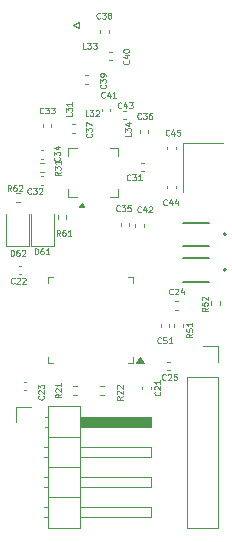
<source format=gbr>
%TF.GenerationSoftware,KiCad,Pcbnew,9.0.6*%
%TF.CreationDate,2026-01-14T21:48:58+07:00*%
%TF.ProjectId,Sensor,53656e73-6f72-42e6-9b69-6361645f7063,rev?*%
%TF.SameCoordinates,Original*%
%TF.FileFunction,Legend,Top*%
%TF.FilePolarity,Positive*%
%FSLAX46Y46*%
G04 Gerber Fmt 4.6, Leading zero omitted, Abs format (unit mm)*
G04 Created by KiCad (PCBNEW 9.0.6) date 2026-01-14 21:48:58*
%MOMM*%
%LPD*%
G01*
G04 APERTURE LIST*
%ADD10C,0.062500*%
%ADD11C,0.120000*%
%ADD12C,0.127000*%
%ADD13C,0.200000*%
G04 APERTURE END LIST*
D10*
X108928571Y-112180440D02*
X108904762Y-112204250D01*
X108904762Y-112204250D02*
X108833333Y-112228059D01*
X108833333Y-112228059D02*
X108785714Y-112228059D01*
X108785714Y-112228059D02*
X108714286Y-112204250D01*
X108714286Y-112204250D02*
X108666667Y-112156630D01*
X108666667Y-112156630D02*
X108642857Y-112109011D01*
X108642857Y-112109011D02*
X108619048Y-112013773D01*
X108619048Y-112013773D02*
X108619048Y-111942345D01*
X108619048Y-111942345D02*
X108642857Y-111847107D01*
X108642857Y-111847107D02*
X108666667Y-111799488D01*
X108666667Y-111799488D02*
X108714286Y-111751869D01*
X108714286Y-111751869D02*
X108785714Y-111728059D01*
X108785714Y-111728059D02*
X108833333Y-111728059D01*
X108833333Y-111728059D02*
X108904762Y-111751869D01*
X108904762Y-111751869D02*
X108928571Y-111775678D01*
X109357143Y-111894726D02*
X109357143Y-112228059D01*
X109238095Y-111704250D02*
X109119048Y-112061392D01*
X109119048Y-112061392D02*
X109428571Y-112061392D01*
X109880952Y-112228059D02*
X109595238Y-112228059D01*
X109738095Y-112228059D02*
X109738095Y-111728059D01*
X109738095Y-111728059D02*
X109690476Y-111799488D01*
X109690476Y-111799488D02*
X109642857Y-111847107D01*
X109642857Y-111847107D02*
X109595238Y-111870916D01*
X105080440Y-117271428D02*
X105104250Y-117295237D01*
X105104250Y-117295237D02*
X105128059Y-117366666D01*
X105128059Y-117366666D02*
X105128059Y-117414285D01*
X105128059Y-117414285D02*
X105104250Y-117485713D01*
X105104250Y-117485713D02*
X105056630Y-117533332D01*
X105056630Y-117533332D02*
X105009011Y-117557142D01*
X105009011Y-117557142D02*
X104913773Y-117580951D01*
X104913773Y-117580951D02*
X104842345Y-117580951D01*
X104842345Y-117580951D02*
X104747107Y-117557142D01*
X104747107Y-117557142D02*
X104699488Y-117533332D01*
X104699488Y-117533332D02*
X104651869Y-117485713D01*
X104651869Y-117485713D02*
X104628059Y-117414285D01*
X104628059Y-117414285D02*
X104628059Y-117366666D01*
X104628059Y-117366666D02*
X104651869Y-117295237D01*
X104651869Y-117295237D02*
X104675678Y-117271428D01*
X104628059Y-117104761D02*
X104628059Y-116795237D01*
X104628059Y-116795237D02*
X104818535Y-116961904D01*
X104818535Y-116961904D02*
X104818535Y-116890475D01*
X104818535Y-116890475D02*
X104842345Y-116842856D01*
X104842345Y-116842856D02*
X104866154Y-116819047D01*
X104866154Y-116819047D02*
X104913773Y-116795237D01*
X104913773Y-116795237D02*
X105032821Y-116795237D01*
X105032821Y-116795237D02*
X105080440Y-116819047D01*
X105080440Y-116819047D02*
X105104250Y-116842856D01*
X105104250Y-116842856D02*
X105128059Y-116890475D01*
X105128059Y-116890475D02*
X105128059Y-117033332D01*
X105128059Y-117033332D02*
X105104250Y-117080951D01*
X105104250Y-117080951D02*
X105080440Y-117104761D01*
X104794726Y-116366666D02*
X105128059Y-116366666D01*
X104604250Y-116485714D02*
X104961392Y-116604761D01*
X104961392Y-116604761D02*
X104961392Y-116295238D01*
X102678571Y-120330440D02*
X102654762Y-120354250D01*
X102654762Y-120354250D02*
X102583333Y-120378059D01*
X102583333Y-120378059D02*
X102535714Y-120378059D01*
X102535714Y-120378059D02*
X102464286Y-120354250D01*
X102464286Y-120354250D02*
X102416667Y-120306630D01*
X102416667Y-120306630D02*
X102392857Y-120259011D01*
X102392857Y-120259011D02*
X102369048Y-120163773D01*
X102369048Y-120163773D02*
X102369048Y-120092345D01*
X102369048Y-120092345D02*
X102392857Y-119997107D01*
X102392857Y-119997107D02*
X102416667Y-119949488D01*
X102416667Y-119949488D02*
X102464286Y-119901869D01*
X102464286Y-119901869D02*
X102535714Y-119878059D01*
X102535714Y-119878059D02*
X102583333Y-119878059D01*
X102583333Y-119878059D02*
X102654762Y-119901869D01*
X102654762Y-119901869D02*
X102678571Y-119925678D01*
X102845238Y-119878059D02*
X103154762Y-119878059D01*
X103154762Y-119878059D02*
X102988095Y-120068535D01*
X102988095Y-120068535D02*
X103059524Y-120068535D01*
X103059524Y-120068535D02*
X103107143Y-120092345D01*
X103107143Y-120092345D02*
X103130952Y-120116154D01*
X103130952Y-120116154D02*
X103154762Y-120163773D01*
X103154762Y-120163773D02*
X103154762Y-120282821D01*
X103154762Y-120282821D02*
X103130952Y-120330440D01*
X103130952Y-120330440D02*
X103107143Y-120354250D01*
X103107143Y-120354250D02*
X103059524Y-120378059D01*
X103059524Y-120378059D02*
X102916667Y-120378059D01*
X102916667Y-120378059D02*
X102869048Y-120354250D01*
X102869048Y-120354250D02*
X102845238Y-120330440D01*
X103345238Y-119925678D02*
X103369047Y-119901869D01*
X103369047Y-119901869D02*
X103416666Y-119878059D01*
X103416666Y-119878059D02*
X103535714Y-119878059D01*
X103535714Y-119878059D02*
X103583333Y-119901869D01*
X103583333Y-119901869D02*
X103607142Y-119925678D01*
X103607142Y-119925678D02*
X103630952Y-119973297D01*
X103630952Y-119973297D02*
X103630952Y-120020916D01*
X103630952Y-120020916D02*
X103607142Y-120092345D01*
X103607142Y-120092345D02*
X103321428Y-120378059D01*
X103321428Y-120378059D02*
X103630952Y-120378059D01*
X110428059Y-137521428D02*
X110189964Y-137688094D01*
X110428059Y-137807142D02*
X109928059Y-137807142D01*
X109928059Y-137807142D02*
X109928059Y-137616666D01*
X109928059Y-137616666D02*
X109951869Y-137569047D01*
X109951869Y-137569047D02*
X109975678Y-137545237D01*
X109975678Y-137545237D02*
X110023297Y-137521428D01*
X110023297Y-137521428D02*
X110094726Y-137521428D01*
X110094726Y-137521428D02*
X110142345Y-137545237D01*
X110142345Y-137545237D02*
X110166154Y-137569047D01*
X110166154Y-137569047D02*
X110189964Y-137616666D01*
X110189964Y-137616666D02*
X110189964Y-137807142D01*
X109975678Y-137330951D02*
X109951869Y-137307142D01*
X109951869Y-137307142D02*
X109928059Y-137259523D01*
X109928059Y-137259523D02*
X109928059Y-137140475D01*
X109928059Y-137140475D02*
X109951869Y-137092856D01*
X109951869Y-137092856D02*
X109975678Y-137069047D01*
X109975678Y-137069047D02*
X110023297Y-137045237D01*
X110023297Y-137045237D02*
X110070916Y-137045237D01*
X110070916Y-137045237D02*
X110142345Y-137069047D01*
X110142345Y-137069047D02*
X110428059Y-137354761D01*
X110428059Y-137354761D02*
X110428059Y-137045237D01*
X109975678Y-136854761D02*
X109951869Y-136830952D01*
X109951869Y-136830952D02*
X109928059Y-136783333D01*
X109928059Y-136783333D02*
X109928059Y-136664285D01*
X109928059Y-136664285D02*
X109951869Y-136616666D01*
X109951869Y-136616666D02*
X109975678Y-136592857D01*
X109975678Y-136592857D02*
X110023297Y-136569047D01*
X110023297Y-136569047D02*
X110070916Y-136569047D01*
X110070916Y-136569047D02*
X110142345Y-136592857D01*
X110142345Y-136592857D02*
X110428059Y-136878571D01*
X110428059Y-136878571D02*
X110428059Y-136569047D01*
X111078571Y-119180440D02*
X111054762Y-119204250D01*
X111054762Y-119204250D02*
X110983333Y-119228059D01*
X110983333Y-119228059D02*
X110935714Y-119228059D01*
X110935714Y-119228059D02*
X110864286Y-119204250D01*
X110864286Y-119204250D02*
X110816667Y-119156630D01*
X110816667Y-119156630D02*
X110792857Y-119109011D01*
X110792857Y-119109011D02*
X110769048Y-119013773D01*
X110769048Y-119013773D02*
X110769048Y-118942345D01*
X110769048Y-118942345D02*
X110792857Y-118847107D01*
X110792857Y-118847107D02*
X110816667Y-118799488D01*
X110816667Y-118799488D02*
X110864286Y-118751869D01*
X110864286Y-118751869D02*
X110935714Y-118728059D01*
X110935714Y-118728059D02*
X110983333Y-118728059D01*
X110983333Y-118728059D02*
X111054762Y-118751869D01*
X111054762Y-118751869D02*
X111078571Y-118775678D01*
X111245238Y-118728059D02*
X111554762Y-118728059D01*
X111554762Y-118728059D02*
X111388095Y-118918535D01*
X111388095Y-118918535D02*
X111459524Y-118918535D01*
X111459524Y-118918535D02*
X111507143Y-118942345D01*
X111507143Y-118942345D02*
X111530952Y-118966154D01*
X111530952Y-118966154D02*
X111554762Y-119013773D01*
X111554762Y-119013773D02*
X111554762Y-119132821D01*
X111554762Y-119132821D02*
X111530952Y-119180440D01*
X111530952Y-119180440D02*
X111507143Y-119204250D01*
X111507143Y-119204250D02*
X111459524Y-119228059D01*
X111459524Y-119228059D02*
X111316667Y-119228059D01*
X111316667Y-119228059D02*
X111269048Y-119204250D01*
X111269048Y-119204250D02*
X111245238Y-119180440D01*
X112030952Y-119228059D02*
X111745238Y-119228059D01*
X111888095Y-119228059D02*
X111888095Y-118728059D01*
X111888095Y-118728059D02*
X111840476Y-118799488D01*
X111840476Y-118799488D02*
X111792857Y-118847107D01*
X111792857Y-118847107D02*
X111745238Y-118870916D01*
X105228059Y-137321428D02*
X104989964Y-137488094D01*
X105228059Y-137607142D02*
X104728059Y-137607142D01*
X104728059Y-137607142D02*
X104728059Y-137416666D01*
X104728059Y-137416666D02*
X104751869Y-137369047D01*
X104751869Y-137369047D02*
X104775678Y-137345237D01*
X104775678Y-137345237D02*
X104823297Y-137321428D01*
X104823297Y-137321428D02*
X104894726Y-137321428D01*
X104894726Y-137321428D02*
X104942345Y-137345237D01*
X104942345Y-137345237D02*
X104966154Y-137369047D01*
X104966154Y-137369047D02*
X104989964Y-137416666D01*
X104989964Y-137416666D02*
X104989964Y-137607142D01*
X104775678Y-137130951D02*
X104751869Y-137107142D01*
X104751869Y-137107142D02*
X104728059Y-137059523D01*
X104728059Y-137059523D02*
X104728059Y-136940475D01*
X104728059Y-136940475D02*
X104751869Y-136892856D01*
X104751869Y-136892856D02*
X104775678Y-136869047D01*
X104775678Y-136869047D02*
X104823297Y-136845237D01*
X104823297Y-136845237D02*
X104870916Y-136845237D01*
X104870916Y-136845237D02*
X104942345Y-136869047D01*
X104942345Y-136869047D02*
X105228059Y-137154761D01*
X105228059Y-137154761D02*
X105228059Y-136845237D01*
X105228059Y-136369047D02*
X105228059Y-136654761D01*
X105228059Y-136511904D02*
X104728059Y-136511904D01*
X104728059Y-136511904D02*
X104799488Y-136559523D01*
X104799488Y-136559523D02*
X104847107Y-136607142D01*
X104847107Y-136607142D02*
X104870916Y-136654761D01*
X117628059Y-130021428D02*
X117389964Y-130188094D01*
X117628059Y-130307142D02*
X117128059Y-130307142D01*
X117128059Y-130307142D02*
X117128059Y-130116666D01*
X117128059Y-130116666D02*
X117151869Y-130069047D01*
X117151869Y-130069047D02*
X117175678Y-130045237D01*
X117175678Y-130045237D02*
X117223297Y-130021428D01*
X117223297Y-130021428D02*
X117294726Y-130021428D01*
X117294726Y-130021428D02*
X117342345Y-130045237D01*
X117342345Y-130045237D02*
X117366154Y-130069047D01*
X117366154Y-130069047D02*
X117389964Y-130116666D01*
X117389964Y-130116666D02*
X117389964Y-130307142D01*
X117128059Y-129569047D02*
X117128059Y-129807142D01*
X117128059Y-129807142D02*
X117366154Y-129830951D01*
X117366154Y-129830951D02*
X117342345Y-129807142D01*
X117342345Y-129807142D02*
X117318535Y-129759523D01*
X117318535Y-129759523D02*
X117318535Y-129640475D01*
X117318535Y-129640475D02*
X117342345Y-129592856D01*
X117342345Y-129592856D02*
X117366154Y-129569047D01*
X117366154Y-129569047D02*
X117413773Y-129545237D01*
X117413773Y-129545237D02*
X117532821Y-129545237D01*
X117532821Y-129545237D02*
X117580440Y-129569047D01*
X117580440Y-129569047D02*
X117604250Y-129592856D01*
X117604250Y-129592856D02*
X117628059Y-129640475D01*
X117628059Y-129640475D02*
X117628059Y-129759523D01*
X117628059Y-129759523D02*
X117604250Y-129807142D01*
X117604250Y-129807142D02*
X117580440Y-129830951D01*
X117175678Y-129354761D02*
X117151869Y-129330952D01*
X117151869Y-129330952D02*
X117128059Y-129283333D01*
X117128059Y-129283333D02*
X117128059Y-129164285D01*
X117128059Y-129164285D02*
X117151869Y-129116666D01*
X117151869Y-129116666D02*
X117175678Y-129092857D01*
X117175678Y-129092857D02*
X117223297Y-129069047D01*
X117223297Y-129069047D02*
X117270916Y-129069047D01*
X117270916Y-129069047D02*
X117342345Y-129092857D01*
X117342345Y-129092857D02*
X117628059Y-129378571D01*
X117628059Y-129378571D02*
X117628059Y-129069047D01*
X111128059Y-115221428D02*
X111128059Y-115459523D01*
X111128059Y-115459523D02*
X110628059Y-115459523D01*
X110628059Y-115102380D02*
X110628059Y-114792856D01*
X110628059Y-114792856D02*
X110818535Y-114959523D01*
X110818535Y-114959523D02*
X110818535Y-114888094D01*
X110818535Y-114888094D02*
X110842345Y-114840475D01*
X110842345Y-114840475D02*
X110866154Y-114816666D01*
X110866154Y-114816666D02*
X110913773Y-114792856D01*
X110913773Y-114792856D02*
X111032821Y-114792856D01*
X111032821Y-114792856D02*
X111080440Y-114816666D01*
X111080440Y-114816666D02*
X111104250Y-114840475D01*
X111104250Y-114840475D02*
X111128059Y-114888094D01*
X111128059Y-114888094D02*
X111128059Y-115030951D01*
X111128059Y-115030951D02*
X111104250Y-115078570D01*
X111104250Y-115078570D02*
X111080440Y-115102380D01*
X110794726Y-114364285D02*
X111128059Y-114364285D01*
X110604250Y-114483333D02*
X110961392Y-114602380D01*
X110961392Y-114602380D02*
X110961392Y-114292857D01*
X105178059Y-118521428D02*
X104939964Y-118688094D01*
X105178059Y-118807142D02*
X104678059Y-118807142D01*
X104678059Y-118807142D02*
X104678059Y-118616666D01*
X104678059Y-118616666D02*
X104701869Y-118569047D01*
X104701869Y-118569047D02*
X104725678Y-118545237D01*
X104725678Y-118545237D02*
X104773297Y-118521428D01*
X104773297Y-118521428D02*
X104844726Y-118521428D01*
X104844726Y-118521428D02*
X104892345Y-118545237D01*
X104892345Y-118545237D02*
X104916154Y-118569047D01*
X104916154Y-118569047D02*
X104939964Y-118616666D01*
X104939964Y-118616666D02*
X104939964Y-118807142D01*
X104678059Y-118354761D02*
X104678059Y-118045237D01*
X104678059Y-118045237D02*
X104868535Y-118211904D01*
X104868535Y-118211904D02*
X104868535Y-118140475D01*
X104868535Y-118140475D02*
X104892345Y-118092856D01*
X104892345Y-118092856D02*
X104916154Y-118069047D01*
X104916154Y-118069047D02*
X104963773Y-118045237D01*
X104963773Y-118045237D02*
X105082821Y-118045237D01*
X105082821Y-118045237D02*
X105130440Y-118069047D01*
X105130440Y-118069047D02*
X105154250Y-118092856D01*
X105154250Y-118092856D02*
X105178059Y-118140475D01*
X105178059Y-118140475D02*
X105178059Y-118283332D01*
X105178059Y-118283332D02*
X105154250Y-118330951D01*
X105154250Y-118330951D02*
X105130440Y-118354761D01*
X105178059Y-117569047D02*
X105178059Y-117854761D01*
X105178059Y-117711904D02*
X104678059Y-117711904D01*
X104678059Y-117711904D02*
X104749488Y-117759523D01*
X104749488Y-117759523D02*
X104797107Y-117807142D01*
X104797107Y-117807142D02*
X104820916Y-117854761D01*
X114684233Y-128837940D02*
X114660424Y-128861750D01*
X114660424Y-128861750D02*
X114588995Y-128885559D01*
X114588995Y-128885559D02*
X114541376Y-128885559D01*
X114541376Y-128885559D02*
X114469948Y-128861750D01*
X114469948Y-128861750D02*
X114422329Y-128814130D01*
X114422329Y-128814130D02*
X114398519Y-128766511D01*
X114398519Y-128766511D02*
X114374710Y-128671273D01*
X114374710Y-128671273D02*
X114374710Y-128599845D01*
X114374710Y-128599845D02*
X114398519Y-128504607D01*
X114398519Y-128504607D02*
X114422329Y-128456988D01*
X114422329Y-128456988D02*
X114469948Y-128409369D01*
X114469948Y-128409369D02*
X114541376Y-128385559D01*
X114541376Y-128385559D02*
X114588995Y-128385559D01*
X114588995Y-128385559D02*
X114660424Y-128409369D01*
X114660424Y-128409369D02*
X114684233Y-128433178D01*
X114874710Y-128433178D02*
X114898519Y-128409369D01*
X114898519Y-128409369D02*
X114946138Y-128385559D01*
X114946138Y-128385559D02*
X115065186Y-128385559D01*
X115065186Y-128385559D02*
X115112805Y-128409369D01*
X115112805Y-128409369D02*
X115136614Y-128433178D01*
X115136614Y-128433178D02*
X115160424Y-128480797D01*
X115160424Y-128480797D02*
X115160424Y-128528416D01*
X115160424Y-128528416D02*
X115136614Y-128599845D01*
X115136614Y-128599845D02*
X114850900Y-128885559D01*
X114850900Y-128885559D02*
X115160424Y-128885559D01*
X115588995Y-128552226D02*
X115588995Y-128885559D01*
X115469947Y-128361750D02*
X115350900Y-128718892D01*
X115350900Y-128718892D02*
X115660423Y-128718892D01*
X107528571Y-113778059D02*
X107290476Y-113778059D01*
X107290476Y-113778059D02*
X107290476Y-113278059D01*
X107647619Y-113278059D02*
X107957143Y-113278059D01*
X107957143Y-113278059D02*
X107790476Y-113468535D01*
X107790476Y-113468535D02*
X107861905Y-113468535D01*
X107861905Y-113468535D02*
X107909524Y-113492345D01*
X107909524Y-113492345D02*
X107933333Y-113516154D01*
X107933333Y-113516154D02*
X107957143Y-113563773D01*
X107957143Y-113563773D02*
X107957143Y-113682821D01*
X107957143Y-113682821D02*
X107933333Y-113730440D01*
X107933333Y-113730440D02*
X107909524Y-113754250D01*
X107909524Y-113754250D02*
X107861905Y-113778059D01*
X107861905Y-113778059D02*
X107719048Y-113778059D01*
X107719048Y-113778059D02*
X107671429Y-113754250D01*
X107671429Y-113754250D02*
X107647619Y-113730440D01*
X108147619Y-113325678D02*
X108171428Y-113301869D01*
X108171428Y-113301869D02*
X108219047Y-113278059D01*
X108219047Y-113278059D02*
X108338095Y-113278059D01*
X108338095Y-113278059D02*
X108385714Y-113301869D01*
X108385714Y-113301869D02*
X108409523Y-113325678D01*
X108409523Y-113325678D02*
X108433333Y-113373297D01*
X108433333Y-113373297D02*
X108433333Y-113420916D01*
X108433333Y-113420916D02*
X108409523Y-113492345D01*
X108409523Y-113492345D02*
X108123809Y-113778059D01*
X108123809Y-113778059D02*
X108433333Y-113778059D01*
X108528571Y-105480440D02*
X108504762Y-105504250D01*
X108504762Y-105504250D02*
X108433333Y-105528059D01*
X108433333Y-105528059D02*
X108385714Y-105528059D01*
X108385714Y-105528059D02*
X108314286Y-105504250D01*
X108314286Y-105504250D02*
X108266667Y-105456630D01*
X108266667Y-105456630D02*
X108242857Y-105409011D01*
X108242857Y-105409011D02*
X108219048Y-105313773D01*
X108219048Y-105313773D02*
X108219048Y-105242345D01*
X108219048Y-105242345D02*
X108242857Y-105147107D01*
X108242857Y-105147107D02*
X108266667Y-105099488D01*
X108266667Y-105099488D02*
X108314286Y-105051869D01*
X108314286Y-105051869D02*
X108385714Y-105028059D01*
X108385714Y-105028059D02*
X108433333Y-105028059D01*
X108433333Y-105028059D02*
X108504762Y-105051869D01*
X108504762Y-105051869D02*
X108528571Y-105075678D01*
X108695238Y-105028059D02*
X109004762Y-105028059D01*
X109004762Y-105028059D02*
X108838095Y-105218535D01*
X108838095Y-105218535D02*
X108909524Y-105218535D01*
X108909524Y-105218535D02*
X108957143Y-105242345D01*
X108957143Y-105242345D02*
X108980952Y-105266154D01*
X108980952Y-105266154D02*
X109004762Y-105313773D01*
X109004762Y-105313773D02*
X109004762Y-105432821D01*
X109004762Y-105432821D02*
X108980952Y-105480440D01*
X108980952Y-105480440D02*
X108957143Y-105504250D01*
X108957143Y-105504250D02*
X108909524Y-105528059D01*
X108909524Y-105528059D02*
X108766667Y-105528059D01*
X108766667Y-105528059D02*
X108719048Y-105504250D01*
X108719048Y-105504250D02*
X108695238Y-105480440D01*
X109290476Y-105242345D02*
X109242857Y-105218535D01*
X109242857Y-105218535D02*
X109219047Y-105194726D01*
X109219047Y-105194726D02*
X109195238Y-105147107D01*
X109195238Y-105147107D02*
X109195238Y-105123297D01*
X109195238Y-105123297D02*
X109219047Y-105075678D01*
X109219047Y-105075678D02*
X109242857Y-105051869D01*
X109242857Y-105051869D02*
X109290476Y-105028059D01*
X109290476Y-105028059D02*
X109385714Y-105028059D01*
X109385714Y-105028059D02*
X109433333Y-105051869D01*
X109433333Y-105051869D02*
X109457142Y-105075678D01*
X109457142Y-105075678D02*
X109480952Y-105123297D01*
X109480952Y-105123297D02*
X109480952Y-105147107D01*
X109480952Y-105147107D02*
X109457142Y-105194726D01*
X109457142Y-105194726D02*
X109433333Y-105218535D01*
X109433333Y-105218535D02*
X109385714Y-105242345D01*
X109385714Y-105242345D02*
X109290476Y-105242345D01*
X109290476Y-105242345D02*
X109242857Y-105266154D01*
X109242857Y-105266154D02*
X109219047Y-105289964D01*
X109219047Y-105289964D02*
X109195238Y-105337583D01*
X109195238Y-105337583D02*
X109195238Y-105432821D01*
X109195238Y-105432821D02*
X109219047Y-105480440D01*
X109219047Y-105480440D02*
X109242857Y-105504250D01*
X109242857Y-105504250D02*
X109290476Y-105528059D01*
X109290476Y-105528059D02*
X109385714Y-105528059D01*
X109385714Y-105528059D02*
X109433333Y-105504250D01*
X109433333Y-105504250D02*
X109457142Y-105480440D01*
X109457142Y-105480440D02*
X109480952Y-105432821D01*
X109480952Y-105432821D02*
X109480952Y-105337583D01*
X109480952Y-105337583D02*
X109457142Y-105289964D01*
X109457142Y-105289964D02*
X109433333Y-105266154D01*
X109433333Y-105266154D02*
X109385714Y-105242345D01*
X105128571Y-123928059D02*
X104961905Y-123689964D01*
X104842857Y-123928059D02*
X104842857Y-123428059D01*
X104842857Y-123428059D02*
X105033333Y-123428059D01*
X105033333Y-123428059D02*
X105080952Y-123451869D01*
X105080952Y-123451869D02*
X105104762Y-123475678D01*
X105104762Y-123475678D02*
X105128571Y-123523297D01*
X105128571Y-123523297D02*
X105128571Y-123594726D01*
X105128571Y-123594726D02*
X105104762Y-123642345D01*
X105104762Y-123642345D02*
X105080952Y-123666154D01*
X105080952Y-123666154D02*
X105033333Y-123689964D01*
X105033333Y-123689964D02*
X104842857Y-123689964D01*
X105557143Y-123428059D02*
X105461905Y-123428059D01*
X105461905Y-123428059D02*
X105414286Y-123451869D01*
X105414286Y-123451869D02*
X105390476Y-123475678D01*
X105390476Y-123475678D02*
X105342857Y-123547107D01*
X105342857Y-123547107D02*
X105319048Y-123642345D01*
X105319048Y-123642345D02*
X105319048Y-123832821D01*
X105319048Y-123832821D02*
X105342857Y-123880440D01*
X105342857Y-123880440D02*
X105366667Y-123904250D01*
X105366667Y-123904250D02*
X105414286Y-123928059D01*
X105414286Y-123928059D02*
X105509524Y-123928059D01*
X105509524Y-123928059D02*
X105557143Y-123904250D01*
X105557143Y-123904250D02*
X105580952Y-123880440D01*
X105580952Y-123880440D02*
X105604762Y-123832821D01*
X105604762Y-123832821D02*
X105604762Y-123713773D01*
X105604762Y-123713773D02*
X105580952Y-123666154D01*
X105580952Y-123666154D02*
X105557143Y-123642345D01*
X105557143Y-123642345D02*
X105509524Y-123618535D01*
X105509524Y-123618535D02*
X105414286Y-123618535D01*
X105414286Y-123618535D02*
X105366667Y-123642345D01*
X105366667Y-123642345D02*
X105342857Y-123666154D01*
X105342857Y-123666154D02*
X105319048Y-123713773D01*
X106080952Y-123928059D02*
X105795238Y-123928059D01*
X105938095Y-123928059D02*
X105938095Y-123428059D01*
X105938095Y-123428059D02*
X105890476Y-123499488D01*
X105890476Y-123499488D02*
X105842857Y-123547107D01*
X105842857Y-123547107D02*
X105795238Y-123570916D01*
X114378571Y-115380440D02*
X114354762Y-115404250D01*
X114354762Y-115404250D02*
X114283333Y-115428059D01*
X114283333Y-115428059D02*
X114235714Y-115428059D01*
X114235714Y-115428059D02*
X114164286Y-115404250D01*
X114164286Y-115404250D02*
X114116667Y-115356630D01*
X114116667Y-115356630D02*
X114092857Y-115309011D01*
X114092857Y-115309011D02*
X114069048Y-115213773D01*
X114069048Y-115213773D02*
X114069048Y-115142345D01*
X114069048Y-115142345D02*
X114092857Y-115047107D01*
X114092857Y-115047107D02*
X114116667Y-114999488D01*
X114116667Y-114999488D02*
X114164286Y-114951869D01*
X114164286Y-114951869D02*
X114235714Y-114928059D01*
X114235714Y-114928059D02*
X114283333Y-114928059D01*
X114283333Y-114928059D02*
X114354762Y-114951869D01*
X114354762Y-114951869D02*
X114378571Y-114975678D01*
X114807143Y-115094726D02*
X114807143Y-115428059D01*
X114688095Y-114904250D02*
X114569048Y-115261392D01*
X114569048Y-115261392D02*
X114878571Y-115261392D01*
X115307142Y-114928059D02*
X115069047Y-114928059D01*
X115069047Y-114928059D02*
X115045238Y-115166154D01*
X115045238Y-115166154D02*
X115069047Y-115142345D01*
X115069047Y-115142345D02*
X115116666Y-115118535D01*
X115116666Y-115118535D02*
X115235714Y-115118535D01*
X115235714Y-115118535D02*
X115283333Y-115142345D01*
X115283333Y-115142345D02*
X115307142Y-115166154D01*
X115307142Y-115166154D02*
X115330952Y-115213773D01*
X115330952Y-115213773D02*
X115330952Y-115332821D01*
X115330952Y-115332821D02*
X115307142Y-115380440D01*
X115307142Y-115380440D02*
X115283333Y-115404250D01*
X115283333Y-115404250D02*
X115235714Y-115428059D01*
X115235714Y-115428059D02*
X115116666Y-115428059D01*
X115116666Y-115428059D02*
X115069047Y-115404250D01*
X115069047Y-115404250D02*
X115045238Y-115380440D01*
X110178571Y-121780440D02*
X110154762Y-121804250D01*
X110154762Y-121804250D02*
X110083333Y-121828059D01*
X110083333Y-121828059D02*
X110035714Y-121828059D01*
X110035714Y-121828059D02*
X109964286Y-121804250D01*
X109964286Y-121804250D02*
X109916667Y-121756630D01*
X109916667Y-121756630D02*
X109892857Y-121709011D01*
X109892857Y-121709011D02*
X109869048Y-121613773D01*
X109869048Y-121613773D02*
X109869048Y-121542345D01*
X109869048Y-121542345D02*
X109892857Y-121447107D01*
X109892857Y-121447107D02*
X109916667Y-121399488D01*
X109916667Y-121399488D02*
X109964286Y-121351869D01*
X109964286Y-121351869D02*
X110035714Y-121328059D01*
X110035714Y-121328059D02*
X110083333Y-121328059D01*
X110083333Y-121328059D02*
X110154762Y-121351869D01*
X110154762Y-121351869D02*
X110178571Y-121375678D01*
X110345238Y-121328059D02*
X110654762Y-121328059D01*
X110654762Y-121328059D02*
X110488095Y-121518535D01*
X110488095Y-121518535D02*
X110559524Y-121518535D01*
X110559524Y-121518535D02*
X110607143Y-121542345D01*
X110607143Y-121542345D02*
X110630952Y-121566154D01*
X110630952Y-121566154D02*
X110654762Y-121613773D01*
X110654762Y-121613773D02*
X110654762Y-121732821D01*
X110654762Y-121732821D02*
X110630952Y-121780440D01*
X110630952Y-121780440D02*
X110607143Y-121804250D01*
X110607143Y-121804250D02*
X110559524Y-121828059D01*
X110559524Y-121828059D02*
X110416667Y-121828059D01*
X110416667Y-121828059D02*
X110369048Y-121804250D01*
X110369048Y-121804250D02*
X110345238Y-121780440D01*
X111107142Y-121328059D02*
X110869047Y-121328059D01*
X110869047Y-121328059D02*
X110845238Y-121566154D01*
X110845238Y-121566154D02*
X110869047Y-121542345D01*
X110869047Y-121542345D02*
X110916666Y-121518535D01*
X110916666Y-121518535D02*
X111035714Y-121518535D01*
X111035714Y-121518535D02*
X111083333Y-121542345D01*
X111083333Y-121542345D02*
X111107142Y-121566154D01*
X111107142Y-121566154D02*
X111130952Y-121613773D01*
X111130952Y-121613773D02*
X111130952Y-121732821D01*
X111130952Y-121732821D02*
X111107142Y-121780440D01*
X111107142Y-121780440D02*
X111083333Y-121804250D01*
X111083333Y-121804250D02*
X111035714Y-121828059D01*
X111035714Y-121828059D02*
X110916666Y-121828059D01*
X110916666Y-121828059D02*
X110869047Y-121804250D01*
X110869047Y-121804250D02*
X110845238Y-121780440D01*
X100978571Y-120128059D02*
X100811905Y-119889964D01*
X100692857Y-120128059D02*
X100692857Y-119628059D01*
X100692857Y-119628059D02*
X100883333Y-119628059D01*
X100883333Y-119628059D02*
X100930952Y-119651869D01*
X100930952Y-119651869D02*
X100954762Y-119675678D01*
X100954762Y-119675678D02*
X100978571Y-119723297D01*
X100978571Y-119723297D02*
X100978571Y-119794726D01*
X100978571Y-119794726D02*
X100954762Y-119842345D01*
X100954762Y-119842345D02*
X100930952Y-119866154D01*
X100930952Y-119866154D02*
X100883333Y-119889964D01*
X100883333Y-119889964D02*
X100692857Y-119889964D01*
X101407143Y-119628059D02*
X101311905Y-119628059D01*
X101311905Y-119628059D02*
X101264286Y-119651869D01*
X101264286Y-119651869D02*
X101240476Y-119675678D01*
X101240476Y-119675678D02*
X101192857Y-119747107D01*
X101192857Y-119747107D02*
X101169048Y-119842345D01*
X101169048Y-119842345D02*
X101169048Y-120032821D01*
X101169048Y-120032821D02*
X101192857Y-120080440D01*
X101192857Y-120080440D02*
X101216667Y-120104250D01*
X101216667Y-120104250D02*
X101264286Y-120128059D01*
X101264286Y-120128059D02*
X101359524Y-120128059D01*
X101359524Y-120128059D02*
X101407143Y-120104250D01*
X101407143Y-120104250D02*
X101430952Y-120080440D01*
X101430952Y-120080440D02*
X101454762Y-120032821D01*
X101454762Y-120032821D02*
X101454762Y-119913773D01*
X101454762Y-119913773D02*
X101430952Y-119866154D01*
X101430952Y-119866154D02*
X101407143Y-119842345D01*
X101407143Y-119842345D02*
X101359524Y-119818535D01*
X101359524Y-119818535D02*
X101264286Y-119818535D01*
X101264286Y-119818535D02*
X101216667Y-119842345D01*
X101216667Y-119842345D02*
X101192857Y-119866154D01*
X101192857Y-119866154D02*
X101169048Y-119913773D01*
X101645238Y-119675678D02*
X101669047Y-119651869D01*
X101669047Y-119651869D02*
X101716666Y-119628059D01*
X101716666Y-119628059D02*
X101835714Y-119628059D01*
X101835714Y-119628059D02*
X101883333Y-119651869D01*
X101883333Y-119651869D02*
X101907142Y-119675678D01*
X101907142Y-119675678D02*
X101930952Y-119723297D01*
X101930952Y-119723297D02*
X101930952Y-119770916D01*
X101930952Y-119770916D02*
X101907142Y-119842345D01*
X101907142Y-119842345D02*
X101621428Y-120128059D01*
X101621428Y-120128059D02*
X101930952Y-120128059D01*
X101278571Y-127930440D02*
X101254762Y-127954250D01*
X101254762Y-127954250D02*
X101183333Y-127978059D01*
X101183333Y-127978059D02*
X101135714Y-127978059D01*
X101135714Y-127978059D02*
X101064286Y-127954250D01*
X101064286Y-127954250D02*
X101016667Y-127906630D01*
X101016667Y-127906630D02*
X100992857Y-127859011D01*
X100992857Y-127859011D02*
X100969048Y-127763773D01*
X100969048Y-127763773D02*
X100969048Y-127692345D01*
X100969048Y-127692345D02*
X100992857Y-127597107D01*
X100992857Y-127597107D02*
X101016667Y-127549488D01*
X101016667Y-127549488D02*
X101064286Y-127501869D01*
X101064286Y-127501869D02*
X101135714Y-127478059D01*
X101135714Y-127478059D02*
X101183333Y-127478059D01*
X101183333Y-127478059D02*
X101254762Y-127501869D01*
X101254762Y-127501869D02*
X101278571Y-127525678D01*
X101469048Y-127525678D02*
X101492857Y-127501869D01*
X101492857Y-127501869D02*
X101540476Y-127478059D01*
X101540476Y-127478059D02*
X101659524Y-127478059D01*
X101659524Y-127478059D02*
X101707143Y-127501869D01*
X101707143Y-127501869D02*
X101730952Y-127525678D01*
X101730952Y-127525678D02*
X101754762Y-127573297D01*
X101754762Y-127573297D02*
X101754762Y-127620916D01*
X101754762Y-127620916D02*
X101730952Y-127692345D01*
X101730952Y-127692345D02*
X101445238Y-127978059D01*
X101445238Y-127978059D02*
X101754762Y-127978059D01*
X101945238Y-127525678D02*
X101969047Y-127501869D01*
X101969047Y-127501869D02*
X102016666Y-127478059D01*
X102016666Y-127478059D02*
X102135714Y-127478059D01*
X102135714Y-127478059D02*
X102183333Y-127501869D01*
X102183333Y-127501869D02*
X102207142Y-127525678D01*
X102207142Y-127525678D02*
X102230952Y-127573297D01*
X102230952Y-127573297D02*
X102230952Y-127620916D01*
X102230952Y-127620916D02*
X102207142Y-127692345D01*
X102207142Y-127692345D02*
X101921428Y-127978059D01*
X101921428Y-127978059D02*
X102230952Y-127978059D01*
X106128059Y-113521428D02*
X106128059Y-113759523D01*
X106128059Y-113759523D02*
X105628059Y-113759523D01*
X105628059Y-113402380D02*
X105628059Y-113092856D01*
X105628059Y-113092856D02*
X105818535Y-113259523D01*
X105818535Y-113259523D02*
X105818535Y-113188094D01*
X105818535Y-113188094D02*
X105842345Y-113140475D01*
X105842345Y-113140475D02*
X105866154Y-113116666D01*
X105866154Y-113116666D02*
X105913773Y-113092856D01*
X105913773Y-113092856D02*
X106032821Y-113092856D01*
X106032821Y-113092856D02*
X106080440Y-113116666D01*
X106080440Y-113116666D02*
X106104250Y-113140475D01*
X106104250Y-113140475D02*
X106128059Y-113188094D01*
X106128059Y-113188094D02*
X106128059Y-113330951D01*
X106128059Y-113330951D02*
X106104250Y-113378570D01*
X106104250Y-113378570D02*
X106080440Y-113402380D01*
X106128059Y-112616666D02*
X106128059Y-112902380D01*
X106128059Y-112759523D02*
X105628059Y-112759523D01*
X105628059Y-112759523D02*
X105699488Y-112807142D01*
X105699488Y-112807142D02*
X105747107Y-112854761D01*
X105747107Y-112854761D02*
X105770916Y-112902380D01*
X111978571Y-121880440D02*
X111954762Y-121904250D01*
X111954762Y-121904250D02*
X111883333Y-121928059D01*
X111883333Y-121928059D02*
X111835714Y-121928059D01*
X111835714Y-121928059D02*
X111764286Y-121904250D01*
X111764286Y-121904250D02*
X111716667Y-121856630D01*
X111716667Y-121856630D02*
X111692857Y-121809011D01*
X111692857Y-121809011D02*
X111669048Y-121713773D01*
X111669048Y-121713773D02*
X111669048Y-121642345D01*
X111669048Y-121642345D02*
X111692857Y-121547107D01*
X111692857Y-121547107D02*
X111716667Y-121499488D01*
X111716667Y-121499488D02*
X111764286Y-121451869D01*
X111764286Y-121451869D02*
X111835714Y-121428059D01*
X111835714Y-121428059D02*
X111883333Y-121428059D01*
X111883333Y-121428059D02*
X111954762Y-121451869D01*
X111954762Y-121451869D02*
X111978571Y-121475678D01*
X112407143Y-121594726D02*
X112407143Y-121928059D01*
X112288095Y-121404250D02*
X112169048Y-121761392D01*
X112169048Y-121761392D02*
X112478571Y-121761392D01*
X112645238Y-121475678D02*
X112669047Y-121451869D01*
X112669047Y-121451869D02*
X112716666Y-121428059D01*
X112716666Y-121428059D02*
X112835714Y-121428059D01*
X112835714Y-121428059D02*
X112883333Y-121451869D01*
X112883333Y-121451869D02*
X112907142Y-121475678D01*
X112907142Y-121475678D02*
X112930952Y-121523297D01*
X112930952Y-121523297D02*
X112930952Y-121570916D01*
X112930952Y-121570916D02*
X112907142Y-121642345D01*
X112907142Y-121642345D02*
X112621428Y-121928059D01*
X112621428Y-121928059D02*
X112930952Y-121928059D01*
X102992857Y-125478059D02*
X102992857Y-124978059D01*
X102992857Y-124978059D02*
X103111905Y-124978059D01*
X103111905Y-124978059D02*
X103183333Y-125001869D01*
X103183333Y-125001869D02*
X103230952Y-125049488D01*
X103230952Y-125049488D02*
X103254762Y-125097107D01*
X103254762Y-125097107D02*
X103278571Y-125192345D01*
X103278571Y-125192345D02*
X103278571Y-125263773D01*
X103278571Y-125263773D02*
X103254762Y-125359011D01*
X103254762Y-125359011D02*
X103230952Y-125406630D01*
X103230952Y-125406630D02*
X103183333Y-125454250D01*
X103183333Y-125454250D02*
X103111905Y-125478059D01*
X103111905Y-125478059D02*
X102992857Y-125478059D01*
X103707143Y-124978059D02*
X103611905Y-124978059D01*
X103611905Y-124978059D02*
X103564286Y-125001869D01*
X103564286Y-125001869D02*
X103540476Y-125025678D01*
X103540476Y-125025678D02*
X103492857Y-125097107D01*
X103492857Y-125097107D02*
X103469048Y-125192345D01*
X103469048Y-125192345D02*
X103469048Y-125382821D01*
X103469048Y-125382821D02*
X103492857Y-125430440D01*
X103492857Y-125430440D02*
X103516667Y-125454250D01*
X103516667Y-125454250D02*
X103564286Y-125478059D01*
X103564286Y-125478059D02*
X103659524Y-125478059D01*
X103659524Y-125478059D02*
X103707143Y-125454250D01*
X103707143Y-125454250D02*
X103730952Y-125430440D01*
X103730952Y-125430440D02*
X103754762Y-125382821D01*
X103754762Y-125382821D02*
X103754762Y-125263773D01*
X103754762Y-125263773D02*
X103730952Y-125216154D01*
X103730952Y-125216154D02*
X103707143Y-125192345D01*
X103707143Y-125192345D02*
X103659524Y-125168535D01*
X103659524Y-125168535D02*
X103564286Y-125168535D01*
X103564286Y-125168535D02*
X103516667Y-125192345D01*
X103516667Y-125192345D02*
X103492857Y-125216154D01*
X103492857Y-125216154D02*
X103469048Y-125263773D01*
X104230952Y-125478059D02*
X103945238Y-125478059D01*
X104088095Y-125478059D02*
X104088095Y-124978059D01*
X104088095Y-124978059D02*
X104040476Y-125049488D01*
X104040476Y-125049488D02*
X103992857Y-125097107D01*
X103992857Y-125097107D02*
X103945238Y-125120916D01*
X100942857Y-125628059D02*
X100942857Y-125128059D01*
X100942857Y-125128059D02*
X101061905Y-125128059D01*
X101061905Y-125128059D02*
X101133333Y-125151869D01*
X101133333Y-125151869D02*
X101180952Y-125199488D01*
X101180952Y-125199488D02*
X101204762Y-125247107D01*
X101204762Y-125247107D02*
X101228571Y-125342345D01*
X101228571Y-125342345D02*
X101228571Y-125413773D01*
X101228571Y-125413773D02*
X101204762Y-125509011D01*
X101204762Y-125509011D02*
X101180952Y-125556630D01*
X101180952Y-125556630D02*
X101133333Y-125604250D01*
X101133333Y-125604250D02*
X101061905Y-125628059D01*
X101061905Y-125628059D02*
X100942857Y-125628059D01*
X101657143Y-125128059D02*
X101561905Y-125128059D01*
X101561905Y-125128059D02*
X101514286Y-125151869D01*
X101514286Y-125151869D02*
X101490476Y-125175678D01*
X101490476Y-125175678D02*
X101442857Y-125247107D01*
X101442857Y-125247107D02*
X101419048Y-125342345D01*
X101419048Y-125342345D02*
X101419048Y-125532821D01*
X101419048Y-125532821D02*
X101442857Y-125580440D01*
X101442857Y-125580440D02*
X101466667Y-125604250D01*
X101466667Y-125604250D02*
X101514286Y-125628059D01*
X101514286Y-125628059D02*
X101609524Y-125628059D01*
X101609524Y-125628059D02*
X101657143Y-125604250D01*
X101657143Y-125604250D02*
X101680952Y-125580440D01*
X101680952Y-125580440D02*
X101704762Y-125532821D01*
X101704762Y-125532821D02*
X101704762Y-125413773D01*
X101704762Y-125413773D02*
X101680952Y-125366154D01*
X101680952Y-125366154D02*
X101657143Y-125342345D01*
X101657143Y-125342345D02*
X101609524Y-125318535D01*
X101609524Y-125318535D02*
X101514286Y-125318535D01*
X101514286Y-125318535D02*
X101466667Y-125342345D01*
X101466667Y-125342345D02*
X101442857Y-125366154D01*
X101442857Y-125366154D02*
X101419048Y-125413773D01*
X101895238Y-125175678D02*
X101919047Y-125151869D01*
X101919047Y-125151869D02*
X101966666Y-125128059D01*
X101966666Y-125128059D02*
X102085714Y-125128059D01*
X102085714Y-125128059D02*
X102133333Y-125151869D01*
X102133333Y-125151869D02*
X102157142Y-125175678D01*
X102157142Y-125175678D02*
X102180952Y-125223297D01*
X102180952Y-125223297D02*
X102180952Y-125270916D01*
X102180952Y-125270916D02*
X102157142Y-125342345D01*
X102157142Y-125342345D02*
X101871428Y-125628059D01*
X101871428Y-125628059D02*
X102180952Y-125628059D01*
X103718571Y-113510440D02*
X103694762Y-113534250D01*
X103694762Y-113534250D02*
X103623333Y-113558059D01*
X103623333Y-113558059D02*
X103575714Y-113558059D01*
X103575714Y-113558059D02*
X103504286Y-113534250D01*
X103504286Y-113534250D02*
X103456667Y-113486630D01*
X103456667Y-113486630D02*
X103432857Y-113439011D01*
X103432857Y-113439011D02*
X103409048Y-113343773D01*
X103409048Y-113343773D02*
X103409048Y-113272345D01*
X103409048Y-113272345D02*
X103432857Y-113177107D01*
X103432857Y-113177107D02*
X103456667Y-113129488D01*
X103456667Y-113129488D02*
X103504286Y-113081869D01*
X103504286Y-113081869D02*
X103575714Y-113058059D01*
X103575714Y-113058059D02*
X103623333Y-113058059D01*
X103623333Y-113058059D02*
X103694762Y-113081869D01*
X103694762Y-113081869D02*
X103718571Y-113105678D01*
X103885238Y-113058059D02*
X104194762Y-113058059D01*
X104194762Y-113058059D02*
X104028095Y-113248535D01*
X104028095Y-113248535D02*
X104099524Y-113248535D01*
X104099524Y-113248535D02*
X104147143Y-113272345D01*
X104147143Y-113272345D02*
X104170952Y-113296154D01*
X104170952Y-113296154D02*
X104194762Y-113343773D01*
X104194762Y-113343773D02*
X104194762Y-113462821D01*
X104194762Y-113462821D02*
X104170952Y-113510440D01*
X104170952Y-113510440D02*
X104147143Y-113534250D01*
X104147143Y-113534250D02*
X104099524Y-113558059D01*
X104099524Y-113558059D02*
X103956667Y-113558059D01*
X103956667Y-113558059D02*
X103909048Y-113534250D01*
X103909048Y-113534250D02*
X103885238Y-113510440D01*
X104361428Y-113058059D02*
X104670952Y-113058059D01*
X104670952Y-113058059D02*
X104504285Y-113248535D01*
X104504285Y-113248535D02*
X104575714Y-113248535D01*
X104575714Y-113248535D02*
X104623333Y-113272345D01*
X104623333Y-113272345D02*
X104647142Y-113296154D01*
X104647142Y-113296154D02*
X104670952Y-113343773D01*
X104670952Y-113343773D02*
X104670952Y-113462821D01*
X104670952Y-113462821D02*
X104647142Y-113510440D01*
X104647142Y-113510440D02*
X104623333Y-113534250D01*
X104623333Y-113534250D02*
X104575714Y-113558059D01*
X104575714Y-113558059D02*
X104432857Y-113558059D01*
X104432857Y-113558059D02*
X104385238Y-113534250D01*
X104385238Y-113534250D02*
X104361428Y-113510440D01*
X114078571Y-136080440D02*
X114054762Y-136104250D01*
X114054762Y-136104250D02*
X113983333Y-136128059D01*
X113983333Y-136128059D02*
X113935714Y-136128059D01*
X113935714Y-136128059D02*
X113864286Y-136104250D01*
X113864286Y-136104250D02*
X113816667Y-136056630D01*
X113816667Y-136056630D02*
X113792857Y-136009011D01*
X113792857Y-136009011D02*
X113769048Y-135913773D01*
X113769048Y-135913773D02*
X113769048Y-135842345D01*
X113769048Y-135842345D02*
X113792857Y-135747107D01*
X113792857Y-135747107D02*
X113816667Y-135699488D01*
X113816667Y-135699488D02*
X113864286Y-135651869D01*
X113864286Y-135651869D02*
X113935714Y-135628059D01*
X113935714Y-135628059D02*
X113983333Y-135628059D01*
X113983333Y-135628059D02*
X114054762Y-135651869D01*
X114054762Y-135651869D02*
X114078571Y-135675678D01*
X114269048Y-135675678D02*
X114292857Y-135651869D01*
X114292857Y-135651869D02*
X114340476Y-135628059D01*
X114340476Y-135628059D02*
X114459524Y-135628059D01*
X114459524Y-135628059D02*
X114507143Y-135651869D01*
X114507143Y-135651869D02*
X114530952Y-135675678D01*
X114530952Y-135675678D02*
X114554762Y-135723297D01*
X114554762Y-135723297D02*
X114554762Y-135770916D01*
X114554762Y-135770916D02*
X114530952Y-135842345D01*
X114530952Y-135842345D02*
X114245238Y-136128059D01*
X114245238Y-136128059D02*
X114554762Y-136128059D01*
X115007142Y-135628059D02*
X114769047Y-135628059D01*
X114769047Y-135628059D02*
X114745238Y-135866154D01*
X114745238Y-135866154D02*
X114769047Y-135842345D01*
X114769047Y-135842345D02*
X114816666Y-135818535D01*
X114816666Y-135818535D02*
X114935714Y-135818535D01*
X114935714Y-135818535D02*
X114983333Y-135842345D01*
X114983333Y-135842345D02*
X115007142Y-135866154D01*
X115007142Y-135866154D02*
X115030952Y-135913773D01*
X115030952Y-135913773D02*
X115030952Y-136032821D01*
X115030952Y-136032821D02*
X115007142Y-136080440D01*
X115007142Y-136080440D02*
X114983333Y-136104250D01*
X114983333Y-136104250D02*
X114935714Y-136128059D01*
X114935714Y-136128059D02*
X114816666Y-136128059D01*
X114816666Y-136128059D02*
X114769047Y-136104250D01*
X114769047Y-136104250D02*
X114745238Y-136080440D01*
X111978571Y-113980440D02*
X111954762Y-114004250D01*
X111954762Y-114004250D02*
X111883333Y-114028059D01*
X111883333Y-114028059D02*
X111835714Y-114028059D01*
X111835714Y-114028059D02*
X111764286Y-114004250D01*
X111764286Y-114004250D02*
X111716667Y-113956630D01*
X111716667Y-113956630D02*
X111692857Y-113909011D01*
X111692857Y-113909011D02*
X111669048Y-113813773D01*
X111669048Y-113813773D02*
X111669048Y-113742345D01*
X111669048Y-113742345D02*
X111692857Y-113647107D01*
X111692857Y-113647107D02*
X111716667Y-113599488D01*
X111716667Y-113599488D02*
X111764286Y-113551869D01*
X111764286Y-113551869D02*
X111835714Y-113528059D01*
X111835714Y-113528059D02*
X111883333Y-113528059D01*
X111883333Y-113528059D02*
X111954762Y-113551869D01*
X111954762Y-113551869D02*
X111978571Y-113575678D01*
X112145238Y-113528059D02*
X112454762Y-113528059D01*
X112454762Y-113528059D02*
X112288095Y-113718535D01*
X112288095Y-113718535D02*
X112359524Y-113718535D01*
X112359524Y-113718535D02*
X112407143Y-113742345D01*
X112407143Y-113742345D02*
X112430952Y-113766154D01*
X112430952Y-113766154D02*
X112454762Y-113813773D01*
X112454762Y-113813773D02*
X112454762Y-113932821D01*
X112454762Y-113932821D02*
X112430952Y-113980440D01*
X112430952Y-113980440D02*
X112407143Y-114004250D01*
X112407143Y-114004250D02*
X112359524Y-114028059D01*
X112359524Y-114028059D02*
X112216667Y-114028059D01*
X112216667Y-114028059D02*
X112169048Y-114004250D01*
X112169048Y-114004250D02*
X112145238Y-113980440D01*
X112883333Y-113528059D02*
X112788095Y-113528059D01*
X112788095Y-113528059D02*
X112740476Y-113551869D01*
X112740476Y-113551869D02*
X112716666Y-113575678D01*
X112716666Y-113575678D02*
X112669047Y-113647107D01*
X112669047Y-113647107D02*
X112645238Y-113742345D01*
X112645238Y-113742345D02*
X112645238Y-113932821D01*
X112645238Y-113932821D02*
X112669047Y-113980440D01*
X112669047Y-113980440D02*
X112692857Y-114004250D01*
X112692857Y-114004250D02*
X112740476Y-114028059D01*
X112740476Y-114028059D02*
X112835714Y-114028059D01*
X112835714Y-114028059D02*
X112883333Y-114004250D01*
X112883333Y-114004250D02*
X112907142Y-113980440D01*
X112907142Y-113980440D02*
X112930952Y-113932821D01*
X112930952Y-113932821D02*
X112930952Y-113813773D01*
X112930952Y-113813773D02*
X112907142Y-113766154D01*
X112907142Y-113766154D02*
X112883333Y-113742345D01*
X112883333Y-113742345D02*
X112835714Y-113718535D01*
X112835714Y-113718535D02*
X112740476Y-113718535D01*
X112740476Y-113718535D02*
X112692857Y-113742345D01*
X112692857Y-113742345D02*
X112669047Y-113766154D01*
X112669047Y-113766154D02*
X112645238Y-113813773D01*
X110328571Y-113080440D02*
X110304762Y-113104250D01*
X110304762Y-113104250D02*
X110233333Y-113128059D01*
X110233333Y-113128059D02*
X110185714Y-113128059D01*
X110185714Y-113128059D02*
X110114286Y-113104250D01*
X110114286Y-113104250D02*
X110066667Y-113056630D01*
X110066667Y-113056630D02*
X110042857Y-113009011D01*
X110042857Y-113009011D02*
X110019048Y-112913773D01*
X110019048Y-112913773D02*
X110019048Y-112842345D01*
X110019048Y-112842345D02*
X110042857Y-112747107D01*
X110042857Y-112747107D02*
X110066667Y-112699488D01*
X110066667Y-112699488D02*
X110114286Y-112651869D01*
X110114286Y-112651869D02*
X110185714Y-112628059D01*
X110185714Y-112628059D02*
X110233333Y-112628059D01*
X110233333Y-112628059D02*
X110304762Y-112651869D01*
X110304762Y-112651869D02*
X110328571Y-112675678D01*
X110757143Y-112794726D02*
X110757143Y-113128059D01*
X110638095Y-112604250D02*
X110519048Y-112961392D01*
X110519048Y-112961392D02*
X110828571Y-112961392D01*
X110971428Y-112628059D02*
X111280952Y-112628059D01*
X111280952Y-112628059D02*
X111114285Y-112818535D01*
X111114285Y-112818535D02*
X111185714Y-112818535D01*
X111185714Y-112818535D02*
X111233333Y-112842345D01*
X111233333Y-112842345D02*
X111257142Y-112866154D01*
X111257142Y-112866154D02*
X111280952Y-112913773D01*
X111280952Y-112913773D02*
X111280952Y-113032821D01*
X111280952Y-113032821D02*
X111257142Y-113080440D01*
X111257142Y-113080440D02*
X111233333Y-113104250D01*
X111233333Y-113104250D02*
X111185714Y-113128059D01*
X111185714Y-113128059D02*
X111042857Y-113128059D01*
X111042857Y-113128059D02*
X110995238Y-113104250D01*
X110995238Y-113104250D02*
X110971428Y-113080440D01*
X114178571Y-121280440D02*
X114154762Y-121304250D01*
X114154762Y-121304250D02*
X114083333Y-121328059D01*
X114083333Y-121328059D02*
X114035714Y-121328059D01*
X114035714Y-121328059D02*
X113964286Y-121304250D01*
X113964286Y-121304250D02*
X113916667Y-121256630D01*
X113916667Y-121256630D02*
X113892857Y-121209011D01*
X113892857Y-121209011D02*
X113869048Y-121113773D01*
X113869048Y-121113773D02*
X113869048Y-121042345D01*
X113869048Y-121042345D02*
X113892857Y-120947107D01*
X113892857Y-120947107D02*
X113916667Y-120899488D01*
X113916667Y-120899488D02*
X113964286Y-120851869D01*
X113964286Y-120851869D02*
X114035714Y-120828059D01*
X114035714Y-120828059D02*
X114083333Y-120828059D01*
X114083333Y-120828059D02*
X114154762Y-120851869D01*
X114154762Y-120851869D02*
X114178571Y-120875678D01*
X114607143Y-120994726D02*
X114607143Y-121328059D01*
X114488095Y-120804250D02*
X114369048Y-121161392D01*
X114369048Y-121161392D02*
X114678571Y-121161392D01*
X115083333Y-120994726D02*
X115083333Y-121328059D01*
X114964285Y-120804250D02*
X114845238Y-121161392D01*
X114845238Y-121161392D02*
X115154761Y-121161392D01*
X107328571Y-108078059D02*
X107090476Y-108078059D01*
X107090476Y-108078059D02*
X107090476Y-107578059D01*
X107447619Y-107578059D02*
X107757143Y-107578059D01*
X107757143Y-107578059D02*
X107590476Y-107768535D01*
X107590476Y-107768535D02*
X107661905Y-107768535D01*
X107661905Y-107768535D02*
X107709524Y-107792345D01*
X107709524Y-107792345D02*
X107733333Y-107816154D01*
X107733333Y-107816154D02*
X107757143Y-107863773D01*
X107757143Y-107863773D02*
X107757143Y-107982821D01*
X107757143Y-107982821D02*
X107733333Y-108030440D01*
X107733333Y-108030440D02*
X107709524Y-108054250D01*
X107709524Y-108054250D02*
X107661905Y-108078059D01*
X107661905Y-108078059D02*
X107519048Y-108078059D01*
X107519048Y-108078059D02*
X107471429Y-108054250D01*
X107471429Y-108054250D02*
X107447619Y-108030440D01*
X107923809Y-107578059D02*
X108233333Y-107578059D01*
X108233333Y-107578059D02*
X108066666Y-107768535D01*
X108066666Y-107768535D02*
X108138095Y-107768535D01*
X108138095Y-107768535D02*
X108185714Y-107792345D01*
X108185714Y-107792345D02*
X108209523Y-107816154D01*
X108209523Y-107816154D02*
X108233333Y-107863773D01*
X108233333Y-107863773D02*
X108233333Y-107982821D01*
X108233333Y-107982821D02*
X108209523Y-108030440D01*
X108209523Y-108030440D02*
X108185714Y-108054250D01*
X108185714Y-108054250D02*
X108138095Y-108078059D01*
X108138095Y-108078059D02*
X107995238Y-108078059D01*
X107995238Y-108078059D02*
X107947619Y-108054250D01*
X107947619Y-108054250D02*
X107923809Y-108030440D01*
X103730440Y-137471428D02*
X103754250Y-137495237D01*
X103754250Y-137495237D02*
X103778059Y-137566666D01*
X103778059Y-137566666D02*
X103778059Y-137614285D01*
X103778059Y-137614285D02*
X103754250Y-137685713D01*
X103754250Y-137685713D02*
X103706630Y-137733332D01*
X103706630Y-137733332D02*
X103659011Y-137757142D01*
X103659011Y-137757142D02*
X103563773Y-137780951D01*
X103563773Y-137780951D02*
X103492345Y-137780951D01*
X103492345Y-137780951D02*
X103397107Y-137757142D01*
X103397107Y-137757142D02*
X103349488Y-137733332D01*
X103349488Y-137733332D02*
X103301869Y-137685713D01*
X103301869Y-137685713D02*
X103278059Y-137614285D01*
X103278059Y-137614285D02*
X103278059Y-137566666D01*
X103278059Y-137566666D02*
X103301869Y-137495237D01*
X103301869Y-137495237D02*
X103325678Y-137471428D01*
X103325678Y-137280951D02*
X103301869Y-137257142D01*
X103301869Y-137257142D02*
X103278059Y-137209523D01*
X103278059Y-137209523D02*
X103278059Y-137090475D01*
X103278059Y-137090475D02*
X103301869Y-137042856D01*
X103301869Y-137042856D02*
X103325678Y-137019047D01*
X103325678Y-137019047D02*
X103373297Y-136995237D01*
X103373297Y-136995237D02*
X103420916Y-136995237D01*
X103420916Y-136995237D02*
X103492345Y-137019047D01*
X103492345Y-137019047D02*
X103778059Y-137304761D01*
X103778059Y-137304761D02*
X103778059Y-136995237D01*
X103278059Y-136828571D02*
X103278059Y-136519047D01*
X103278059Y-136519047D02*
X103468535Y-136685714D01*
X103468535Y-136685714D02*
X103468535Y-136614285D01*
X103468535Y-136614285D02*
X103492345Y-136566666D01*
X103492345Y-136566666D02*
X103516154Y-136542857D01*
X103516154Y-136542857D02*
X103563773Y-136519047D01*
X103563773Y-136519047D02*
X103682821Y-136519047D01*
X103682821Y-136519047D02*
X103730440Y-136542857D01*
X103730440Y-136542857D02*
X103754250Y-136566666D01*
X103754250Y-136566666D02*
X103778059Y-136614285D01*
X103778059Y-136614285D02*
X103778059Y-136757142D01*
X103778059Y-136757142D02*
X103754250Y-136804761D01*
X103754250Y-136804761D02*
X103730440Y-136828571D01*
X110930440Y-109071428D02*
X110954250Y-109095237D01*
X110954250Y-109095237D02*
X110978059Y-109166666D01*
X110978059Y-109166666D02*
X110978059Y-109214285D01*
X110978059Y-109214285D02*
X110954250Y-109285713D01*
X110954250Y-109285713D02*
X110906630Y-109333332D01*
X110906630Y-109333332D02*
X110859011Y-109357142D01*
X110859011Y-109357142D02*
X110763773Y-109380951D01*
X110763773Y-109380951D02*
X110692345Y-109380951D01*
X110692345Y-109380951D02*
X110597107Y-109357142D01*
X110597107Y-109357142D02*
X110549488Y-109333332D01*
X110549488Y-109333332D02*
X110501869Y-109285713D01*
X110501869Y-109285713D02*
X110478059Y-109214285D01*
X110478059Y-109214285D02*
X110478059Y-109166666D01*
X110478059Y-109166666D02*
X110501869Y-109095237D01*
X110501869Y-109095237D02*
X110525678Y-109071428D01*
X110644726Y-108642856D02*
X110978059Y-108642856D01*
X110454250Y-108761904D02*
X110811392Y-108880951D01*
X110811392Y-108880951D02*
X110811392Y-108571428D01*
X110478059Y-108285714D02*
X110478059Y-108238095D01*
X110478059Y-108238095D02*
X110501869Y-108190476D01*
X110501869Y-108190476D02*
X110525678Y-108166666D01*
X110525678Y-108166666D02*
X110573297Y-108142857D01*
X110573297Y-108142857D02*
X110668535Y-108119047D01*
X110668535Y-108119047D02*
X110787583Y-108119047D01*
X110787583Y-108119047D02*
X110882821Y-108142857D01*
X110882821Y-108142857D02*
X110930440Y-108166666D01*
X110930440Y-108166666D02*
X110954250Y-108190476D01*
X110954250Y-108190476D02*
X110978059Y-108238095D01*
X110978059Y-108238095D02*
X110978059Y-108285714D01*
X110978059Y-108285714D02*
X110954250Y-108333333D01*
X110954250Y-108333333D02*
X110930440Y-108357142D01*
X110930440Y-108357142D02*
X110882821Y-108380952D01*
X110882821Y-108380952D02*
X110787583Y-108404761D01*
X110787583Y-108404761D02*
X110668535Y-108404761D01*
X110668535Y-108404761D02*
X110573297Y-108380952D01*
X110573297Y-108380952D02*
X110525678Y-108357142D01*
X110525678Y-108357142D02*
X110501869Y-108333333D01*
X110501869Y-108333333D02*
X110478059Y-108285714D01*
X107780440Y-115271428D02*
X107804250Y-115295237D01*
X107804250Y-115295237D02*
X107828059Y-115366666D01*
X107828059Y-115366666D02*
X107828059Y-115414285D01*
X107828059Y-115414285D02*
X107804250Y-115485713D01*
X107804250Y-115485713D02*
X107756630Y-115533332D01*
X107756630Y-115533332D02*
X107709011Y-115557142D01*
X107709011Y-115557142D02*
X107613773Y-115580951D01*
X107613773Y-115580951D02*
X107542345Y-115580951D01*
X107542345Y-115580951D02*
X107447107Y-115557142D01*
X107447107Y-115557142D02*
X107399488Y-115533332D01*
X107399488Y-115533332D02*
X107351869Y-115485713D01*
X107351869Y-115485713D02*
X107328059Y-115414285D01*
X107328059Y-115414285D02*
X107328059Y-115366666D01*
X107328059Y-115366666D02*
X107351869Y-115295237D01*
X107351869Y-115295237D02*
X107375678Y-115271428D01*
X107328059Y-115104761D02*
X107328059Y-114795237D01*
X107328059Y-114795237D02*
X107518535Y-114961904D01*
X107518535Y-114961904D02*
X107518535Y-114890475D01*
X107518535Y-114890475D02*
X107542345Y-114842856D01*
X107542345Y-114842856D02*
X107566154Y-114819047D01*
X107566154Y-114819047D02*
X107613773Y-114795237D01*
X107613773Y-114795237D02*
X107732821Y-114795237D01*
X107732821Y-114795237D02*
X107780440Y-114819047D01*
X107780440Y-114819047D02*
X107804250Y-114842856D01*
X107804250Y-114842856D02*
X107828059Y-114890475D01*
X107828059Y-114890475D02*
X107828059Y-115033332D01*
X107828059Y-115033332D02*
X107804250Y-115080951D01*
X107804250Y-115080951D02*
X107780440Y-115104761D01*
X107328059Y-114628571D02*
X107328059Y-114295238D01*
X107328059Y-114295238D02*
X107828059Y-114509523D01*
X113580440Y-137121428D02*
X113604250Y-137145237D01*
X113604250Y-137145237D02*
X113628059Y-137216666D01*
X113628059Y-137216666D02*
X113628059Y-137264285D01*
X113628059Y-137264285D02*
X113604250Y-137335713D01*
X113604250Y-137335713D02*
X113556630Y-137383332D01*
X113556630Y-137383332D02*
X113509011Y-137407142D01*
X113509011Y-137407142D02*
X113413773Y-137430951D01*
X113413773Y-137430951D02*
X113342345Y-137430951D01*
X113342345Y-137430951D02*
X113247107Y-137407142D01*
X113247107Y-137407142D02*
X113199488Y-137383332D01*
X113199488Y-137383332D02*
X113151869Y-137335713D01*
X113151869Y-137335713D02*
X113128059Y-137264285D01*
X113128059Y-137264285D02*
X113128059Y-137216666D01*
X113128059Y-137216666D02*
X113151869Y-137145237D01*
X113151869Y-137145237D02*
X113175678Y-137121428D01*
X113175678Y-136930951D02*
X113151869Y-136907142D01*
X113151869Y-136907142D02*
X113128059Y-136859523D01*
X113128059Y-136859523D02*
X113128059Y-136740475D01*
X113128059Y-136740475D02*
X113151869Y-136692856D01*
X113151869Y-136692856D02*
X113175678Y-136669047D01*
X113175678Y-136669047D02*
X113223297Y-136645237D01*
X113223297Y-136645237D02*
X113270916Y-136645237D01*
X113270916Y-136645237D02*
X113342345Y-136669047D01*
X113342345Y-136669047D02*
X113628059Y-136954761D01*
X113628059Y-136954761D02*
X113628059Y-136645237D01*
X113628059Y-136169047D02*
X113628059Y-136454761D01*
X113628059Y-136311904D02*
X113128059Y-136311904D01*
X113128059Y-136311904D02*
X113199488Y-136359523D01*
X113199488Y-136359523D02*
X113247107Y-136407142D01*
X113247107Y-136407142D02*
X113270916Y-136454761D01*
X108980440Y-111121428D02*
X109004250Y-111145237D01*
X109004250Y-111145237D02*
X109028059Y-111216666D01*
X109028059Y-111216666D02*
X109028059Y-111264285D01*
X109028059Y-111264285D02*
X109004250Y-111335713D01*
X109004250Y-111335713D02*
X108956630Y-111383332D01*
X108956630Y-111383332D02*
X108909011Y-111407142D01*
X108909011Y-111407142D02*
X108813773Y-111430951D01*
X108813773Y-111430951D02*
X108742345Y-111430951D01*
X108742345Y-111430951D02*
X108647107Y-111407142D01*
X108647107Y-111407142D02*
X108599488Y-111383332D01*
X108599488Y-111383332D02*
X108551869Y-111335713D01*
X108551869Y-111335713D02*
X108528059Y-111264285D01*
X108528059Y-111264285D02*
X108528059Y-111216666D01*
X108528059Y-111216666D02*
X108551869Y-111145237D01*
X108551869Y-111145237D02*
X108575678Y-111121428D01*
X108528059Y-110954761D02*
X108528059Y-110645237D01*
X108528059Y-110645237D02*
X108718535Y-110811904D01*
X108718535Y-110811904D02*
X108718535Y-110740475D01*
X108718535Y-110740475D02*
X108742345Y-110692856D01*
X108742345Y-110692856D02*
X108766154Y-110669047D01*
X108766154Y-110669047D02*
X108813773Y-110645237D01*
X108813773Y-110645237D02*
X108932821Y-110645237D01*
X108932821Y-110645237D02*
X108980440Y-110669047D01*
X108980440Y-110669047D02*
X109004250Y-110692856D01*
X109004250Y-110692856D02*
X109028059Y-110740475D01*
X109028059Y-110740475D02*
X109028059Y-110883332D01*
X109028059Y-110883332D02*
X109004250Y-110930951D01*
X109004250Y-110930951D02*
X108980440Y-110954761D01*
X109028059Y-110407142D02*
X109028059Y-110311904D01*
X109028059Y-110311904D02*
X109004250Y-110264285D01*
X109004250Y-110264285D02*
X108980440Y-110240476D01*
X108980440Y-110240476D02*
X108909011Y-110192857D01*
X108909011Y-110192857D02*
X108813773Y-110169047D01*
X108813773Y-110169047D02*
X108623297Y-110169047D01*
X108623297Y-110169047D02*
X108575678Y-110192857D01*
X108575678Y-110192857D02*
X108551869Y-110216666D01*
X108551869Y-110216666D02*
X108528059Y-110264285D01*
X108528059Y-110264285D02*
X108528059Y-110359523D01*
X108528059Y-110359523D02*
X108551869Y-110407142D01*
X108551869Y-110407142D02*
X108575678Y-110430952D01*
X108575678Y-110430952D02*
X108623297Y-110454761D01*
X108623297Y-110454761D02*
X108742345Y-110454761D01*
X108742345Y-110454761D02*
X108789964Y-110430952D01*
X108789964Y-110430952D02*
X108813773Y-110407142D01*
X108813773Y-110407142D02*
X108837583Y-110359523D01*
X108837583Y-110359523D02*
X108837583Y-110264285D01*
X108837583Y-110264285D02*
X108813773Y-110216666D01*
X108813773Y-110216666D02*
X108789964Y-110192857D01*
X108789964Y-110192857D02*
X108742345Y-110169047D01*
X116328059Y-132221428D02*
X116089964Y-132388094D01*
X116328059Y-132507142D02*
X115828059Y-132507142D01*
X115828059Y-132507142D02*
X115828059Y-132316666D01*
X115828059Y-132316666D02*
X115851869Y-132269047D01*
X115851869Y-132269047D02*
X115875678Y-132245237D01*
X115875678Y-132245237D02*
X115923297Y-132221428D01*
X115923297Y-132221428D02*
X115994726Y-132221428D01*
X115994726Y-132221428D02*
X116042345Y-132245237D01*
X116042345Y-132245237D02*
X116066154Y-132269047D01*
X116066154Y-132269047D02*
X116089964Y-132316666D01*
X116089964Y-132316666D02*
X116089964Y-132507142D01*
X115828059Y-131769047D02*
X115828059Y-132007142D01*
X115828059Y-132007142D02*
X116066154Y-132030951D01*
X116066154Y-132030951D02*
X116042345Y-132007142D01*
X116042345Y-132007142D02*
X116018535Y-131959523D01*
X116018535Y-131959523D02*
X116018535Y-131840475D01*
X116018535Y-131840475D02*
X116042345Y-131792856D01*
X116042345Y-131792856D02*
X116066154Y-131769047D01*
X116066154Y-131769047D02*
X116113773Y-131745237D01*
X116113773Y-131745237D02*
X116232821Y-131745237D01*
X116232821Y-131745237D02*
X116280440Y-131769047D01*
X116280440Y-131769047D02*
X116304250Y-131792856D01*
X116304250Y-131792856D02*
X116328059Y-131840475D01*
X116328059Y-131840475D02*
X116328059Y-131959523D01*
X116328059Y-131959523D02*
X116304250Y-132007142D01*
X116304250Y-132007142D02*
X116280440Y-132030951D01*
X116328059Y-131269047D02*
X116328059Y-131554761D01*
X116328059Y-131411904D02*
X115828059Y-131411904D01*
X115828059Y-131411904D02*
X115899488Y-131459523D01*
X115899488Y-131459523D02*
X115947107Y-131507142D01*
X115947107Y-131507142D02*
X115970916Y-131554761D01*
X113678571Y-132980440D02*
X113654762Y-133004250D01*
X113654762Y-133004250D02*
X113583333Y-133028059D01*
X113583333Y-133028059D02*
X113535714Y-133028059D01*
X113535714Y-133028059D02*
X113464286Y-133004250D01*
X113464286Y-133004250D02*
X113416667Y-132956630D01*
X113416667Y-132956630D02*
X113392857Y-132909011D01*
X113392857Y-132909011D02*
X113369048Y-132813773D01*
X113369048Y-132813773D02*
X113369048Y-132742345D01*
X113369048Y-132742345D02*
X113392857Y-132647107D01*
X113392857Y-132647107D02*
X113416667Y-132599488D01*
X113416667Y-132599488D02*
X113464286Y-132551869D01*
X113464286Y-132551869D02*
X113535714Y-132528059D01*
X113535714Y-132528059D02*
X113583333Y-132528059D01*
X113583333Y-132528059D02*
X113654762Y-132551869D01*
X113654762Y-132551869D02*
X113678571Y-132575678D01*
X114130952Y-132528059D02*
X113892857Y-132528059D01*
X113892857Y-132528059D02*
X113869048Y-132766154D01*
X113869048Y-132766154D02*
X113892857Y-132742345D01*
X113892857Y-132742345D02*
X113940476Y-132718535D01*
X113940476Y-132718535D02*
X114059524Y-132718535D01*
X114059524Y-132718535D02*
X114107143Y-132742345D01*
X114107143Y-132742345D02*
X114130952Y-132766154D01*
X114130952Y-132766154D02*
X114154762Y-132813773D01*
X114154762Y-132813773D02*
X114154762Y-132932821D01*
X114154762Y-132932821D02*
X114130952Y-132980440D01*
X114130952Y-132980440D02*
X114107143Y-133004250D01*
X114107143Y-133004250D02*
X114059524Y-133028059D01*
X114059524Y-133028059D02*
X113940476Y-133028059D01*
X113940476Y-133028059D02*
X113892857Y-133004250D01*
X113892857Y-133004250D02*
X113869048Y-132980440D01*
X114630952Y-133028059D02*
X114345238Y-133028059D01*
X114488095Y-133028059D02*
X114488095Y-132528059D01*
X114488095Y-132528059D02*
X114440476Y-132599488D01*
X114440476Y-132599488D02*
X114392857Y-132647107D01*
X114392857Y-132647107D02*
X114345238Y-132670916D01*
D11*
%TO.C,J31*%
X106272500Y-106100000D02*
X106772500Y-106350000D01*
X106772500Y-105850000D02*
X106272500Y-106100000D01*
X106772500Y-106350000D02*
X106772500Y-105850000D01*
%TO.C,C41*%
X108680000Y-113177164D02*
X108680000Y-113392836D01*
X109400000Y-113177164D02*
X109400000Y-113392836D01*
%TO.C,C34*%
X103502164Y-116690000D02*
X103717836Y-116690000D01*
X103502164Y-117410000D02*
X103717836Y-117410000D01*
%TO.C,C32*%
X103512164Y-118890000D02*
X103727836Y-118890000D01*
X103512164Y-119610000D02*
X103727836Y-119610000D01*
%TO.C,R22*%
X108546359Y-136620000D02*
X108853641Y-136620000D01*
X108546359Y-137380000D02*
X108853641Y-137380000D01*
%TO.C,C31*%
X112207836Y-117740000D02*
X111992164Y-117740000D01*
X112207836Y-118460000D02*
X111992164Y-118460000D01*
%TO.C,R21*%
X106553641Y-136620000D02*
X106246359Y-136620000D01*
X106553641Y-137380000D02*
X106246359Y-137380000D01*
%TO.C,R52*%
X117920000Y-129446359D02*
X117920000Y-129753641D01*
X118680000Y-129446359D02*
X118680000Y-129753641D01*
%TO.C,R31*%
X103753641Y-117770000D02*
X103446359Y-117770000D01*
X103753641Y-118530000D02*
X103446359Y-118530000D01*
D12*
%TO.C,S51*%
X115575000Y-125800000D02*
X117775000Y-125800000D01*
X117775000Y-127800000D02*
X115575000Y-127800000D01*
D13*
X119175000Y-126800000D02*
G75*
G02*
X118975000Y-126800000I-100000J0D01*
G01*
X118975000Y-126800000D02*
G75*
G02*
X119175000Y-126800000I100000J0D01*
G01*
D12*
%TO.C,S52*%
X115575000Y-122800000D02*
X117775000Y-122800000D01*
X117775000Y-124800000D02*
X115575000Y-124800000D01*
D13*
X119175000Y-123800000D02*
G75*
G02*
X118975000Y-123800000I-100000J0D01*
G01*
X118975000Y-123800000D02*
G75*
G02*
X119175000Y-123800000I100000J0D01*
G01*
D11*
%TO.C,J53*%
X115870000Y-135870000D02*
X115870000Y-148630000D01*
X115870000Y-135870000D02*
X118530000Y-135870000D01*
X115870000Y-148630000D02*
X118530000Y-148630000D01*
X117200000Y-133270000D02*
X118530000Y-133270000D01*
X118530000Y-133270000D02*
X118530000Y-134600000D01*
X118530000Y-135870000D02*
X118530000Y-148630000D01*
%TO.C,U31*%
X105850000Y-116445000D02*
X106575000Y-116445000D01*
X105850000Y-117170000D02*
X105850000Y-116445000D01*
X105850000Y-120665000D02*
X105850000Y-119940000D01*
X106575000Y-120665000D02*
X105850000Y-120665000D01*
X109345000Y-116445000D02*
X110070000Y-116445000D01*
X110070000Y-116445000D02*
X110070000Y-117170000D01*
X110070000Y-119940000D02*
X110070000Y-120665000D01*
X110070000Y-120665000D02*
X109345000Y-120665000D01*
X107200000Y-121495000D02*
X106720000Y-121495000D01*
X106960000Y-121165000D01*
X107200000Y-121495000D01*
G36*
X107200000Y-121495000D02*
G01*
X106720000Y-121495000D01*
X106960000Y-121165000D01*
X107200000Y-121495000D01*
G37*
%TO.C,C24*%
X114897826Y-129457500D02*
X115113498Y-129457500D01*
X114897826Y-130177500D02*
X115113498Y-130177500D01*
%TO.C,Y31*%
X115540000Y-116070000D02*
X115540000Y-120190000D01*
X118960000Y-116070000D02*
X115540000Y-116070000D01*
%TO.C,C38*%
X108530000Y-106492164D02*
X108530000Y-106707836D01*
X109250000Y-106492164D02*
X109250000Y-106707836D01*
%TO.C,J52*%
X101445000Y-138420000D02*
X102715000Y-138420000D01*
X101445000Y-139690000D02*
X101445000Y-138420000D01*
X103792358Y-141800000D02*
X104105000Y-141800000D01*
X103792358Y-142660000D02*
X104105000Y-142660000D01*
X103792358Y-144340000D02*
X104105000Y-144340000D01*
X103792358Y-145200000D02*
X104105000Y-145200000D01*
X103792358Y-146880000D02*
X104105000Y-146880000D01*
X103792358Y-147740000D02*
X104105000Y-147740000D01*
X103875000Y-139260000D02*
X104105000Y-139260000D01*
X103875000Y-140120000D02*
X104105000Y-140120000D01*
X104105000Y-138310000D02*
X104105000Y-148690000D01*
X104105000Y-140960000D02*
X106865000Y-140960000D01*
X104105000Y-143500000D02*
X106865000Y-143500000D01*
X104105000Y-146040000D02*
X106865000Y-146040000D01*
X104105000Y-148690000D02*
X106865000Y-148690000D01*
X106865000Y-138310000D02*
X104105000Y-138310000D01*
X106865000Y-141800000D02*
X112865000Y-141800000D01*
X106865000Y-144340000D02*
X112865000Y-144340000D01*
X106865000Y-146880000D02*
X112865000Y-146880000D01*
X106865000Y-148690000D02*
X106865000Y-138310000D01*
X112865000Y-141800000D02*
X112865000Y-142660000D01*
X112865000Y-142660000D02*
X106865000Y-142660000D01*
X112865000Y-144340000D02*
X112865000Y-145200000D01*
X112865000Y-145200000D02*
X106865000Y-145200000D01*
X112865000Y-146880000D02*
X112865000Y-147740000D01*
X112865000Y-147740000D02*
X106865000Y-147740000D01*
X106865000Y-139260000D02*
X112865000Y-139260000D01*
X112865000Y-140120000D01*
X106865000Y-140120000D01*
X106865000Y-139260000D01*
G36*
X106865000Y-139260000D02*
G01*
X112865000Y-139260000D01*
X112865000Y-140120000D01*
X106865000Y-140120000D01*
X106865000Y-139260000D01*
G37*
%TO.C,R61*%
X104920000Y-122503641D02*
X104920000Y-122196359D01*
X105680000Y-122503641D02*
X105680000Y-122196359D01*
%TO.C,C45*%
X114190000Y-116587836D02*
X114190000Y-116372164D01*
X114910000Y-116587836D02*
X114910000Y-116372164D01*
%TO.C,C35*%
X110290000Y-123087836D02*
X110290000Y-122872164D01*
X111010000Y-123087836D02*
X111010000Y-122872164D01*
%TO.C,R62*%
X101446359Y-120320000D02*
X101753641Y-120320000D01*
X101446359Y-121080000D02*
X101753641Y-121080000D01*
%TO.C,C22*%
X101857836Y-126440000D02*
X101642164Y-126440000D01*
X101857836Y-127160000D02*
X101642164Y-127160000D01*
%TO.C,U21*%
X104075662Y-127427500D02*
X104525662Y-127427500D01*
X104075662Y-127877500D02*
X104075662Y-127427500D01*
X104075662Y-134647500D02*
X104075662Y-134197500D01*
X104525662Y-134647500D02*
X104075662Y-134647500D01*
X110845662Y-127427500D02*
X111295662Y-127427500D01*
X111295662Y-127427500D02*
X111295662Y-127877500D01*
X111295662Y-134197500D02*
X111295662Y-134647500D01*
X111295662Y-134647500D02*
X110845662Y-134647500D01*
X112275662Y-134667500D02*
X111595662Y-134667500D01*
X111935662Y-134197500D01*
X112275662Y-134667500D01*
G36*
X112275662Y-134667500D02*
G01*
X111595662Y-134667500D01*
X111935662Y-134197500D01*
X112275662Y-134667500D01*
G37*
%TO.C,C42*%
X111490000Y-123137836D02*
X111490000Y-122922164D01*
X112210000Y-123137836D02*
X112210000Y-122922164D01*
%TO.C,D61*%
X102690000Y-122062500D02*
X102690000Y-124747500D01*
X102690000Y-124747500D02*
X104610000Y-124747500D01*
X104610000Y-124747500D02*
X104610000Y-122062500D01*
%TO.C,D62*%
X100580000Y-122100000D02*
X100580000Y-124785000D01*
X100580000Y-124785000D02*
X102500000Y-124785000D01*
X102500000Y-124785000D02*
X102500000Y-122100000D01*
%TO.C,C33*%
X103690000Y-114492164D02*
X103690000Y-114707836D01*
X104410000Y-114492164D02*
X104410000Y-114707836D01*
%TO.C,C25*%
X114222164Y-134590000D02*
X114437836Y-134590000D01*
X114222164Y-135310000D02*
X114437836Y-135310000D01*
%TO.C,C36*%
X111890000Y-114992164D02*
X111890000Y-115207836D01*
X112610000Y-114992164D02*
X112610000Y-115207836D01*
%TO.C,C43*%
X110482164Y-113345000D02*
X110697836Y-113345000D01*
X110482164Y-114065000D02*
X110697836Y-114065000D01*
%TO.C,C44*%
X114190000Y-119672164D02*
X114190000Y-119887836D01*
X114910000Y-119672164D02*
X114910000Y-119887836D01*
%TO.C,C23*%
X102257836Y-136265000D02*
X102042164Y-136265000D01*
X102257836Y-136985000D02*
X102042164Y-136985000D01*
%TO.C,C40*%
X109517836Y-108345000D02*
X109302164Y-108345000D01*
X109517836Y-109065000D02*
X109302164Y-109065000D01*
%TO.C,C37*%
X106152164Y-114495000D02*
X106367836Y-114495000D01*
X106152164Y-115215000D02*
X106367836Y-115215000D01*
%TO.C,C21*%
X112090000Y-136692164D02*
X112090000Y-136907836D01*
X112810000Y-136692164D02*
X112810000Y-136907836D01*
%TO.C,C39*%
X107282164Y-110345000D02*
X107497836Y-110345000D01*
X107282164Y-111065000D02*
X107497836Y-111065000D01*
%TO.C,R51*%
X114795000Y-131663641D02*
X114795000Y-131356359D01*
X115555000Y-131663641D02*
X115555000Y-131356359D01*
%TO.C,C51*%
X113640000Y-131392164D02*
X113640000Y-131607836D01*
X114360000Y-131392164D02*
X114360000Y-131607836D01*
%TD*%
M02*

</source>
